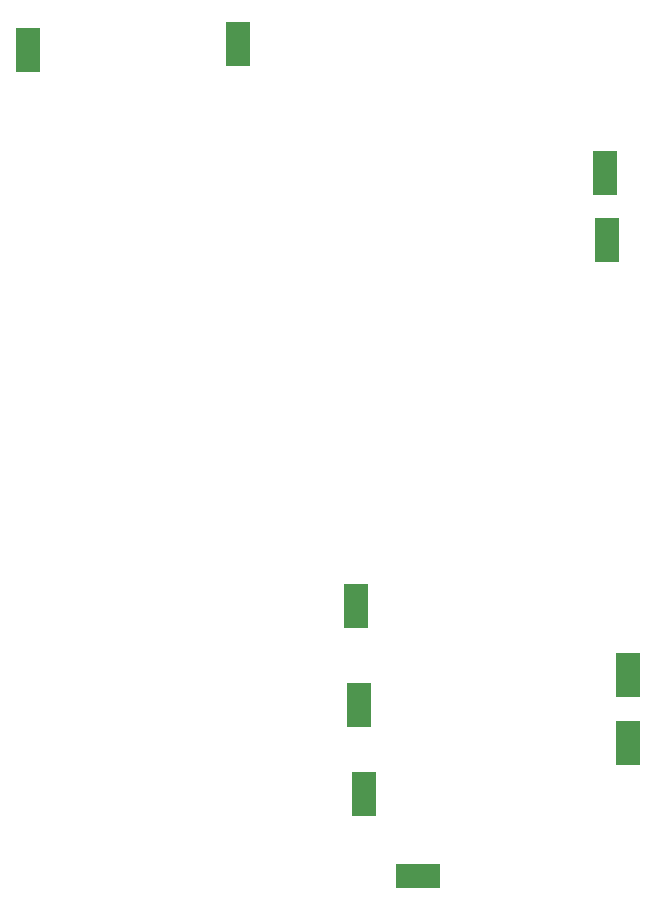
<source format=gbp>
G04*
G04 #@! TF.GenerationSoftware,Altium Limited,Altium Designer,19.1.6 (110)*
G04*
G04 Layer_Color=128*
%FSLAX25Y25*%
%MOIN*%
G70*
G01*
G75*
%ADD34R,0.07992X0.14961*%
%ADD85R,0.14961X0.07992*%
D34*
X54500Y-29000D02*
D03*
X124500Y-27000D02*
D03*
X247000Y-70000D02*
D03*
X247500Y-92500D02*
D03*
X164000Y-214500D02*
D03*
X165000Y-247500D02*
D03*
X166500Y-277000D02*
D03*
X254500Y-237500D02*
D03*
Y-260000D02*
D03*
D85*
X184500Y-304500D02*
D03*
M02*

</source>
